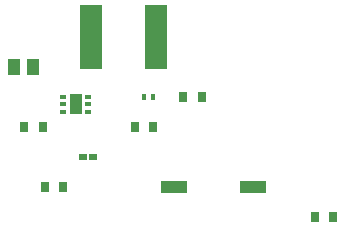
<source format=gbr>
%TF.GenerationSoftware,KiCad,Pcbnew,(6.99.0-5210-g1b15854da5)*%
%TF.CreationDate,2023-02-20T10:03:57+05:30*%
%TF.ProjectId,Prot_Circ,50726f74-5f43-4697-9263-2e6b69636164,rev?*%
%TF.SameCoordinates,Original*%
%TF.FileFunction,Paste,Top*%
%TF.FilePolarity,Positive*%
%FSLAX46Y46*%
G04 Gerber Fmt 4.6, Leading zero omitted, Abs format (unit mm)*
G04 Created by KiCad (PCBNEW (6.99.0-5210-g1b15854da5)) date 2023-02-20 10:03:57*
%MOMM*%
%LPD*%
G01*
G04 APERTURE LIST*
%ADD10R,1.900000X5.400000*%
%ADD11R,0.650000X0.620000*%
%ADD12R,0.762000X0.812800*%
%ADD13R,2.160000X1.120000*%
%ADD14R,0.400000X0.500000*%
%ADD15R,1.020000X1.470000*%
%ADD16R,0.600000X0.350000*%
%ADD17R,1.100000X1.700000*%
G04 APERTURE END LIST*
D10*
%TO.C,C4*%
X136949999Y-78739999D03*
X142449999Y-78739999D03*
%TD*%
D11*
%TO.C,C2*%
X136279999Y-88899999D03*
X137159999Y-88899999D03*
%TD*%
D12*
%TO.C,R1*%
X140690599Y-86359999D03*
X142239999Y-86359999D03*
%TD*%
%TO.C,R4*%
X131305299Y-86359999D03*
X132854699Y-86359999D03*
%TD*%
%TO.C,R3*%
X144779999Y-83819999D03*
X146329399Y-83819999D03*
%TD*%
D13*
%TO.C,SW1*%
X143954999Y-91439999D03*
X150684999Y-91439999D03*
%TD*%
D14*
%TO.C,C1*%
X141439999Y-83819999D03*
X142239999Y-83819999D03*
%TD*%
D12*
%TO.C,R2*%
X133070599Y-91439999D03*
X134619999Y-91439999D03*
%TD*%
D15*
%TO.C,C3*%
X130459999Y-81279999D03*
X132079999Y-81279999D03*
%TD*%
D12*
%TO.C,R5*%
X155930599Y-93979999D03*
X157479999Y-93979999D03*
%TD*%
D16*
%TO.C,F1*%
X134619999Y-83819999D03*
X134619999Y-84469999D03*
X134619999Y-85119999D03*
X136719999Y-85119999D03*
X136719999Y-84469999D03*
X136719999Y-83819999D03*
D17*
X135669999Y-84469999D03*
%TD*%
M02*

</source>
